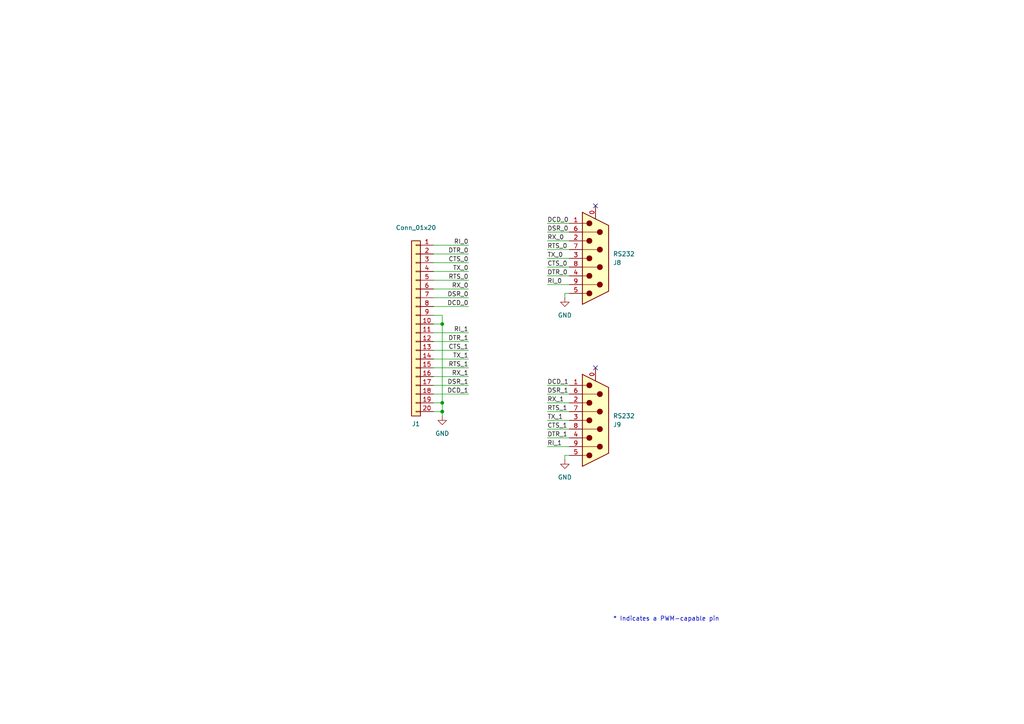
<source format=kicad_sch>
(kicad_sch (version 20231120) (generator "eeschema") (generator_version "8.0")
  (paper "A4")
  (title_block (date "mar. 31 mars 2015"))
  (lib_symbols
    (symbol "Connector:DE9_Plug_MountingHoles" (pin_names (offset 1.016) hide)
      (property "Reference" "J" (at 0 16.51 0))
      (property "Value" "DE9_Plug_MountingHoles" (at 0 14.605 0))
      (symbol "DE9_Plug_MountingHoles_0_1"
        (circle (center -1.778 -10.16) (radius 0.762) (fill (type outline)))
        (circle (center -1.778 -5.08) (radius 0.762) (fill (type outline)))
        (circle (center -1.778 0) (radius 0.762) (fill (type outline)))
        (circle (center -1.778 5.08) (radius 0.762) (fill (type outline)))
        (circle (center -1.778 10.16) (radius 0.762) (fill (type outline)))
        (polyline (pts (xy -3.81 -10.16) (xy -2.54 -10.16)))
        (polyline (pts (xy -3.81 -7.62) (xy 0.508 -7.62)))
        (polyline (pts (xy -3.81 -5.08) (xy -2.54 -5.08)))
        (polyline (pts (xy -3.81 -2.54) (xy 0.508 -2.54)))
        (polyline (pts (xy -3.81 0) (xy -2.54 0)))
        (polyline (pts (xy -3.81 2.54) (xy 0.508 2.54)))
        (polyline (pts (xy -3.81 5.08) (xy -2.54 5.08)))
        (polyline (pts (xy -3.81 7.62) (xy 0.508 7.62)))
        (polyline (pts (xy -3.81 10.16) (xy -2.54 10.16)))
        (polyline (pts (xy -3.81 -13.335) (xy -3.81 13.335) (xy 3.81 9.525) (xy 3.81 -9.525) (xy -3.81 -13.335)) (stroke (width 0.254)) (fill (type background)))
        (circle (center 1.27 -7.62) (radius 0.762) (fill (type outline)))
        (circle (center 1.27 -2.54) (radius 0.762) (fill (type outline)))
        (circle (center 1.27 2.54) (radius 0.762) (fill (type outline)))
        (circle (center 1.27 7.62) (radius 0.762) (fill (type outline)))
      )
      (symbol "DE9_Plug_MountingHoles_1_1"
        (pin passive line (at 0 -15.24 90) (length 3.81) (name "PAD") (number "0"))
        (pin passive line (at -7.62 -10.16 0) (length 3.81) (name "1") (number "1"))
        (pin passive line (at -7.62 -5.08 0) (length 3.81) (name "2") (number "2"))
        (pin passive line (at -7.62 0 0) (length 3.81) (name "3") (number "3"))
        (pin passive line (at -7.62 5.08 0) (length 3.81) (name "4") (number "4"))
        (pin passive line (at -7.62 10.16 0) (length 3.81) (name "5") (number "5"))
        (pin passive line (at -7.62 -7.62 0) (length 3.81) (name "6") (number "6"))
        (pin passive line (at -7.62 -2.54 0) (length 3.81) (name "7") (number "7"))
        (pin passive line (at -7.62 2.54 0) (length 3.81) (name "8") (number "8"))
        (pin passive line (at -7.62 7.62 0) (length 3.81) (name "9") (number "9"))
      )
    )
    (symbol "Connector_Generic:Conn_01x20" (pin_names (offset 1.016) hide)
      (property "Reference" "J" (at 0 25.4 0))
      (property "Value" "Conn_01x20" (at 0 -27.94 0))
      (symbol "Conn_01x20_1_1"
        (rectangle (start -1.27 -25.273) (end 0 -25.527) (stroke (width 0.1524)))
        (rectangle (start -1.27 -22.733) (end 0 -22.987) (stroke (width 0.1524)))
        (rectangle (start -1.27 -20.193) (end 0 -20.447) (stroke (width 0.1524)))
        (rectangle (start -1.27 -17.653) (end 0 -17.907) (stroke (width 0.1524)))
        (rectangle (start -1.27 -15.113) (end 0 -15.367) (stroke (width 0.1524)))
        (rectangle (start -1.27 -12.573) (end 0 -12.827) (stroke (width 0.1524)))
        (rectangle (start -1.27 -10.033) (end 0 -10.287) (stroke (width 0.1524)))
        (rectangle (start -1.27 -7.493) (end 0 -7.747) (stroke (width 0.1524)))
        (rectangle (start -1.27 -4.953) (end 0 -5.207) (stroke (width 0.1524)))
        (rectangle (start -1.27 -2.413) (end 0 -2.667) (stroke (width 0.1524)))
        (rectangle (start -1.27 0.127) (end 0 -0.127) (stroke (width 0.1524)))
        (rectangle (start -1.27 2.667) (end 0 2.413) (stroke (width 0.1524)))
        (rectangle (start -1.27 5.207) (end 0 4.953) (stroke (width 0.1524)))
        (rectangle (start -1.27 7.747) (end 0 7.493) (stroke (width 0.1524)))
        (rectangle (start -1.27 10.287) (end 0 10.033) (stroke (width 0.1524)))
        (rectangle (start -1.27 12.827) (end 0 12.573) (stroke (width 0.1524)))
        (rectangle (start -1.27 15.367) (end 0 15.113) (stroke (width 0.1524)))
        (rectangle (start -1.27 17.907) (end 0 17.653) (stroke (width 0.1524)))
        (rectangle (start -1.27 20.447) (end 0 20.193) (stroke (width 0.1524)))
        (rectangle (start -1.27 22.987) (end 0 22.733) (stroke (width 0.1524)))
        (rectangle (start -1.27 24.13) (end 1.27 -26.67) (stroke (width 0.254)) (fill (type background)))
        (pin passive line (at -5.08 22.86 0) (length 3.81) (name "Pin_1") (number "1"))
        (pin passive line (at -5.08 0 0) (length 3.81) (name "Pin_10") (number "10"))
        (pin passive line (at -5.08 -2.54 0) (length 3.81) (name "Pin_11") (number "11"))
        (pin passive line (at -5.08 -5.08 0) (length 3.81) (name "Pin_12") (number "12"))
        (pin passive line (at -5.08 -7.62 0) (length 3.81) (name "Pin_13") (number "13"))
        (pin passive line (at -5.08 -10.16 0) (length 3.81) (name "Pin_14") (number "14"))
        (pin passive line (at -5.08 -12.7 0) (length 3.81) (name "Pin_15") (number "15"))
        (pin passive line (at -5.08 -15.24 0) (length 3.81) (name "Pin_16") (number "16"))
        (pin passive line (at -5.08 -17.78 0) (length 3.81) (name "Pin_17") (number "17"))
        (pin passive line (at -5.08 -20.32 0) (length 3.81) (name "Pin_18") (number "18"))
        (pin passive line (at -5.08 -22.86 0) (length 3.81) (name "Pin_19") (number "19"))
        (pin passive line (at -5.08 20.32 0) (length 3.81) (name "Pin_2") (number "2"))
        (pin passive line (at -5.08 -25.4 0) (length 3.81) (name "Pin_20") (number "20"))
        (pin passive line (at -5.08 17.78 0) (length 3.81) (name "Pin_3") (number "3"))
        (pin passive line (at -5.08 15.24 0) (length 3.81) (name "Pin_4") (number "4"))
        (pin passive line (at -5.08 12.7 0) (length 3.81) (name "Pin_5") (number "5"))
        (pin passive line (at -5.08 10.16 0) (length 3.81) (name "Pin_6") (number "6"))
        (pin passive line (at -5.08 7.62 0) (length 3.81) (name "Pin_7") (number "7"))
        (pin passive line (at -5.08 5.08 0) (length 3.81) (name "Pin_8") (number "8"))
        (pin passive line (at -5.08 2.54 0) (length 3.81) (name "Pin_9") (number "9"))
      )
    )
    (symbol "GND_2" (power) (pin_numbers hide) (pin_names (offset 0) hide)
      (property "Value" "GND" (at 0 -3.81 0))
      (symbol "GND_2_0_1"
        (polyline (pts (xy 0 0) (xy 0 -1.27) (xy 1.27 -1.27) (xy 0 -2.54) (xy -1.27 -1.27) (xy 0 -1.27)))
      )
      (symbol "GND_2_1_1"
        (pin power_in line (at 0 0 270) (length 0) (name "~") (number "1"))
      )
    )
  )
  (junction (at 128.27 119.38))
  (junction (at 128.27 93.98))
  (junction (at 128.27 116.84))
  (no_connect (at 172.72 59.69))
  (no_connect (at 172.72 106.68))
  (wire (pts (xy 128.27 120.65) (xy 128.27 119.38)))
  (wire (pts (xy 125.73 111.76) (xy 135.89 111.76)))
  (wire (pts (xy 158.75 80.01) (xy 165.1 80.01)))
  (wire (pts (xy 128.27 93.98) (xy 128.27 91.44)))
  (wire (pts (xy 125.73 114.3) (xy 135.89 114.3)))
  (wire (pts (xy 158.75 119.38) (xy 165.1 119.38)))
  (wire (pts (xy 125.73 81.28) (xy 135.89 81.28)))
  (wire (pts (xy 125.73 99.06) (xy 135.89 99.06)))
  (wire (pts (xy 125.73 78.74) (xy 135.89 78.74)))
  (wire (pts (xy 125.73 119.38) (xy 128.27 119.38)))
  (wire (pts (xy 158.75 124.46) (xy 165.1 124.46)))
  (wire (pts (xy 125.73 86.36) (xy 135.89 86.36)))
  (wire (pts (xy 163.83 132.08) (xy 163.83 133.35)))
  (wire (pts (xy 165.1 85.09) (xy 163.83 85.09)))
  (wire (pts (xy 128.27 91.44) (xy 125.73 91.44)))
  (wire (pts (xy 165.1 132.08) (xy 163.83 132.08)))
  (wire (pts (xy 125.73 116.84) (xy 128.27 116.84)))
  (wire (pts (xy 158.75 114.3) (xy 165.1 114.3)))
  (wire (pts (xy 128.27 119.38) (xy 128.27 116.84)))
  (wire (pts (xy 125.73 93.98) (xy 128.27 93.98)))
  (wire (pts (xy 158.75 64.77) (xy 165.1 64.77)))
  (wire (pts (xy 163.83 85.09) (xy 163.83 86.36)))
  (wire (pts (xy 158.75 116.84) (xy 165.1 116.84)))
  (wire (pts (xy 158.75 77.47) (xy 165.1 77.47)))
  (wire (pts (xy 125.73 83.82) (xy 135.89 83.82)))
  (wire (pts (xy 158.75 74.93) (xy 165.1 74.93)))
  (wire (pts (xy 125.73 73.66) (xy 135.89 73.66)))
  (wire (pts (xy 125.73 71.12) (xy 135.89 71.12)))
  (wire (pts (xy 158.75 82.55) (xy 165.1 82.55)))
  (wire (pts (xy 158.75 69.85) (xy 165.1 69.85)))
  (wire (pts (xy 125.73 109.22) (xy 135.89 109.22)))
  (wire (pts (xy 125.73 88.9) (xy 135.89 88.9)))
  (wire (pts (xy 158.75 121.92) (xy 165.1 121.92)))
  (wire (pts (xy 158.75 127) (xy 165.1 127)))
  (wire (pts (xy 158.75 67.31) (xy 165.1 67.31)))
  (wire (pts (xy 128.27 116.84) (xy 128.27 93.98)))
  (wire (pts (xy 125.73 76.2) (xy 135.89 76.2)))
  (wire (pts (xy 125.73 96.52) (xy 135.89 96.52)))
  (wire (pts (xy 158.75 111.76) (xy 165.1 111.76)))
  (wire (pts (xy 158.75 72.39) (xy 165.1 72.39)))
  (wire (pts (xy 125.73 106.68) (xy 135.89 106.68)))
  (wire (pts (xy 125.73 104.14) (xy 135.89 104.14)))
  (wire (pts (xy 125.73 101.6) (xy 135.89 101.6)))
  (wire (pts (xy 158.75 129.54) (xy 165.1 129.54)))
  (text "* Indicates a PWM-capable pin" (at 177.8 180.34 0) (effects (font (size 1.27 1.27)) (justify left bottom)))
  (label "DCD_1" (at 135.89 114.3 180))
  (label "DCD_0" (at 135.89 88.9 180))
  (label "RX_0" (at 158.75 69.85 0))
  (label "DCD_0" (at 158.75 64.77 0))
  (label "RTS_1" (at 158.75 119.38 0))
  (label "CTS_1" (at 135.89 101.6 180))
  (label "RX_1" (at 135.89 109.22 180))
  (label "RTS_0" (at 135.89 81.28 180))
  (label "DTR_0" (at 135.89 73.66 180))
  (label "RI_1" (at 135.89 96.52 180))
  (label "DSR_0" (at 158.75 67.31 0))
  (label "RTS_0" (at 158.75 72.39 0))
  (label "DSR_1" (at 158.75 114.3 0))
  (label "DTR_0" (at 158.75 80.01 0))
  (label "RX_1" (at 158.75 116.84 0))
  (label "CTS_1" (at 158.75 124.46 0))
  (label "TX_0" (at 135.89 78.74 180))
  (label "TX_1" (at 135.89 104.14 180))
  (label "DSR_0" (at 135.89 86.36 180))
  (label "CTS_0" (at 158.75 77.47 0))
  (label "DTR_1" (at 158.75 127 0))
  (label "DCD_1" (at 158.75 111.76 0))
  (label "RTS_1" (at 135.89 106.68 180))
  (label "RI_0" (at 158.75 82.55 0))
  (label "RI_0" (at 135.89 71.12 180))
  (label "TX_1" (at 158.75 121.92 0))
  (label "DTR_1" (at 135.89 99.06 180))
  (label "RX_0" (at 135.89 83.82 180))
  (label "CTS_0" (at 135.89 76.2 180))
  (label "RI_1" (at 158.75 129.54 0))
  (label "DSR_1" (at 135.89 111.76 180))
  (label "TX_0" (at 158.75 74.93 0))
  (symbol (lib_id "Connector:DE9_Plug_MountingHoles") (at 172.72 74.93 0) (mirror x) (unit 1)
    (property "Reference" "J8" (at 177.8 76.2001 0) (effects (justify left)))
    (property "Value" "RS232" (at 177.8 73.6601 0) (effects (justify left)))
    (property "Footprint" "Connector_Dsub:DSUB-9_Male_Horizontal_P2.77x2.84mm_EdgePinOffset4.94mm_Housed_MountingHolesOffset7.48mm" (effects (hide yes)))
    (property "Datasheet" "https://www.lcsc.com/datasheet/lcsc_datasheet_2106062137_FOXCONN-DT10121-M5W3-4F_C2760978.pdf" (effects (hide yes)))
    (property "Description" "9-pin male plug pin D-SUB connector, Mounting Hole" (effects (hide yes)))
    (property "MPN" "DT10121-M5W3-4F" (effects (hide yes)))
    (property "Status" "OK" (effects (hide yes)))
  )
  (symbol (lib_id "Connector:DE9_Plug_MountingHoles") (at 172.72 121.92 0) (mirror x) (unit 1)
    (property "Reference" "J9" (at 177.8 123.1901 0) (effects (justify left)))
    (property "Value" "RS232" (at 177.8 120.6501 0) (effects (justify left)))
    (property "Footprint" "Connector_Dsub:DSUB-9_Male_Horizontal_P2.77x2.84mm_EdgePinOffset4.94mm_Housed_MountingHolesOffset7.48mm" (effects (hide yes)))
    (property "Datasheet" "https://www.lcsc.com/datasheet/lcsc_datasheet_2106062137_FOXCONN-DT10121-M5W3-4F_C2760978.pdf" (effects (hide yes)))
    (property "Description" "9-pin male plug pin D-SUB connector, Mounting Hole" (effects (hide yes)))
    (property "MPN" "DT10121-M5W3-4F" (effects (hide yes)))
    (property "Status" "OK" (effects (hide yes)))
  )
  (symbol (lib_id "Connector_Generic:Conn_01x20") (at 120.65 93.98 0) (mirror y) (unit 1)
    (property "Reference" "J1" (at 120.65 122.936 0))
    (property "Value" "Conn_01x20" (at 120.65 66.04 0))
    (property "Footprint" "Connector_FFC-FPC:Molex_200528-0200_1x20-1MP_P1.00mm_Horizontal" (effects (hide yes)))
    (property "Description" "Generic connector, single row, 01x20, script generated (kicad-library-utils/schlib/autogen/connector/)" (effects (hide yes)))
  )
  (symbol (lib_name "GND_2") (lib_id "power:GND") (at 163.83 133.35 0) (unit 1)
    (property "Reference" "#PWR09" (effects (hide yes)))
    (property "Value" "GND" (at 163.83 138.43 0))
    (property "Description" "Power symbol creates a global label with name \"GND\" , ground" (effects (hide yes)))
  )
  (symbol (lib_name "GND_2") (lib_id "power:GND") (at 128.27 120.65 0) (unit 1)
    (property "Reference" "#PWR01" (effects (hide yes)))
    (property "Value" "GND" (at 128.27 125.73 0))
    (property "Description" "Power symbol creates a global label with name \"GND\" , ground" (effects (hide yes)))
  )
  (symbol (lib_name "GND_2") (lib_id "power:GND") (at 163.83 86.36 0) (unit 1)
    (property "Reference" "#PWR08" (effects (hide yes)))
    (property "Value" "GND" (at 163.83 91.44 0))
    (property "Description" "Power symbol creates a global label with name \"GND\" , ground" (effects (hide yes)))
  )
)
</source>
